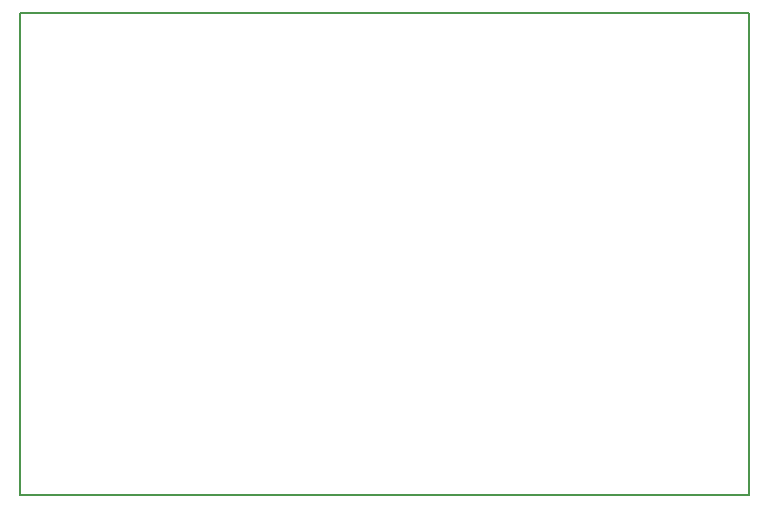
<source format=gm1>
G04 MADE WITH FRITZING*
G04 WWW.FRITZING.ORG*
G04 DOUBLE SIDED*
G04 HOLES PLATED*
G04 CONTOUR ON CENTER OF CONTOUR VECTOR*
%ASAXBY*%
%FSLAX23Y23*%
%MOIN*%
%OFA0B0*%
%SFA1.0B1.0*%
%ADD10R,2.440940X1.614170*%
%ADD11C,0.008000*%
%ADD10C,0.008*%
%LNCONTOUR*%
G90*
G70*
G54D10*
G54D11*
X4Y1610D02*
X2437Y1610D01*
X2437Y4D01*
X4Y4D01*
X4Y1610D01*
D02*
G04 End of contour*
M02*
</source>
